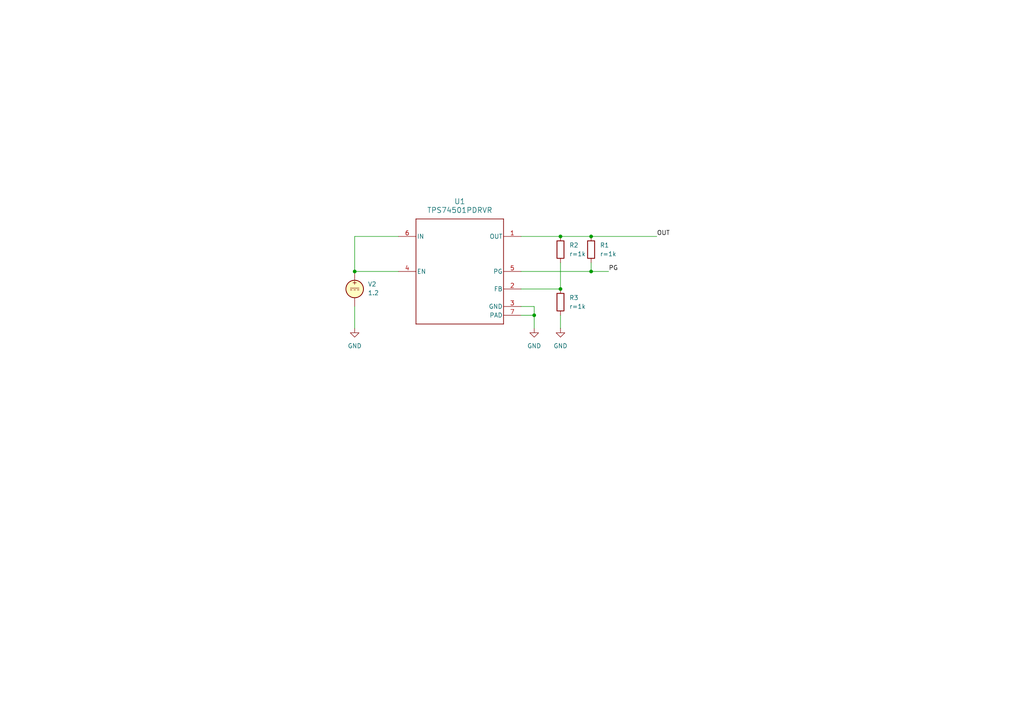
<source format=kicad_sch>
(kicad_sch (version 20231120) (generator "eeschema") (generator_version "8.0")
  (paper "A4")
  (lib_symbols
    (symbol "Device:R" (pin_numbers hide) (pin_names (offset 0))
      (property "Reference" "R" (at 2.032 0 90))
      (property "Value" "R" (at 0 0 90))
      (symbol "R_0_1"
        (rectangle (start -1.016 -2.54) (end 1.016 2.54) (stroke (width 0.254)))
      )
      (symbol "R_1_1"
        (pin passive line (at 0 3.81 270) (length 1.27) (name "~") (number "1"))
        (pin passive line (at 0 -3.81 90) (length 1.27) (name "~") (number "2"))
      )
    )
    (symbol "LDO:TPS74501PDRVR" (pin_names (offset 0.254))
      (property "Reference" "U" (at 0 2.54 0))
      (property "Value" "TPS74501PDRVR" (at 0 0 0))
      (symbol "TPS74501PDRVR_0_1"
        (polyline (pts (xy -12.7 -15.24) (xy 12.7 -15.24)) (stroke (width 0.2032)))
        (polyline (pts (xy -12.7 15.24) (xy -12.7 -15.24)) (stroke (width 0.2032)))
        (polyline (pts (xy 12.7 -15.24) (xy 12.7 15.24)) (stroke (width 0.2032)))
        (polyline (pts (xy 12.7 15.24) (xy -12.7 15.24)) (stroke (width 0.2032)))
        (pin power_in line (at 17.78 10.16 180) (length 5.08) (name "OUT") (number "1"))
        (pin input line (at 17.78 -5.08 180) (length 5.08) (name "FB") (number "2"))
        (pin power_in line (at 17.78 -10.16 180) (length 5.08) (name "GND") (number "3"))
        (pin input line (at -17.78 0 0) (length 5.08) (name "EN") (number "4"))
        (pin open_collector line (at 17.78 0 180) (length 5.08) (name "PG") (number "5"))
        (pin power_in line (at -17.78 10.16 0) (length 5.08) (name "IN") (number "6"))
        (pin power_in line (at 17.78 -12.7 180) (length 5.08) (name "PAD") (number "7"))
      )
    )
    (symbol "Simulation_SPICE:VDC" (pin_numbers hide) (pin_names (offset 0.0254))
      (property "Reference" "V" (at 2.54 2.54 0))
      (property "Value" "1" (at 2.54 0 0))
      (symbol "VDC_0_0"
        (polyline (pts (xy -1.27 0.254) (xy 1.27 0.254)))
        (polyline (pts (xy -0.762 -0.254) (xy -1.27 -0.254)))
        (polyline (pts (xy 0.254 -0.254) (xy -0.254 -0.254)))
        (polyline (pts (xy 1.27 -0.254) (xy 0.762 -0.254)))
        (text "+" (at 0 1.905 0) (effects (font (size 1.27 1.27))))
      )
      (symbol "VDC_0_1"
        (circle (center 0 0) (radius 2.54) (stroke (width 0.254)) (fill (type background)))
      )
      (symbol "VDC_1_1"
        (pin passive line (at 0 5.08 270) (length 2.54) (name "~") (number "1"))
        (pin passive line (at 0 -5.08 90) (length 2.54) (name "~") (number "2"))
      )
    )
    (symbol "power:GND" (power) (pin_numbers hide) (pin_names (offset 0) hide)
      (property "Value" "GND" (at 0 -3.81 0))
      (symbol "GND_0_1"
        (polyline (pts (xy 0 0) (xy 0 -1.27) (xy 1.27 -1.27) (xy 0 -2.54) (xy -1.27 -1.27) (xy 0 -1.27)))
      )
      (symbol "GND_1_1"
        (pin power_in line (at 0 0 270) (length 0) (name "~") (number "1"))
      )
    )
  )
  (junction (at 171.45 78.74))
  (junction (at 162.56 83.82))
  (junction (at 171.45 68.58))
  (junction (at 154.94 91.44))
  (junction (at 102.87 78.74))
  (junction (at 162.56 68.58))
  (wire (pts (xy 151.13 68.58) (xy 162.56 68.58)))
  (wire (pts (xy 154.94 88.9) (xy 154.94 91.44)))
  (wire (pts (xy 162.56 68.58) (xy 171.45 68.58)))
  (wire (pts (xy 151.13 91.44) (xy 154.94 91.44)))
  (wire (pts (xy 102.87 88.9) (xy 102.87 95.25)))
  (wire (pts (xy 171.45 78.74) (xy 176.53 78.74)))
  (wire (pts (xy 102.87 78.74) (xy 115.57 78.74)))
  (wire (pts (xy 162.56 76.2) (xy 162.56 83.82)))
  (wire (pts (xy 162.56 91.44) (xy 162.56 95.25)))
  (wire (pts (xy 151.13 83.82) (xy 162.56 83.82)))
  (wire (pts (xy 171.45 68.58) (xy 190.5 68.58)))
  (wire (pts (xy 154.94 91.44) (xy 154.94 95.25)))
  (wire (pts (xy 171.45 76.2) (xy 171.45 78.74)))
  (wire (pts (xy 151.13 88.9) (xy 154.94 88.9)))
  (wire (pts (xy 102.87 78.74) (xy 102.87 68.58)))
  (wire (pts (xy 102.87 68.58) (xy 115.57 68.58)))
  (wire (pts (xy 151.13 78.74) (xy 171.45 78.74)))
  (label "OUT" (at 190.5 68.58 0))
  (label "PG" (at 176.53 78.74 0))
  (symbol (lib_id "LDO:TPS74501PDRVR") (at 133.35 78.74 0) (unit 1)
    (property "Reference" "U1" (at 133.35 58.42 0) (effects (font (size 1.524 1.524))))
    (property "Value" "TPS74501PDRVR" (at 133.35 60.96 0) (effects (font (size 1.524 1.524))))
    (property "Footprint" "DRV0006A" (effects (hide yes)))
    (property "Datasheet" "TPS74501PDRVR" (effects (hide yes)))
    (property "Sim.Library" "TestBoardEDA/models/TPS74501P_TRANS.lib" (effects (hide yes)))
    (property "Sim.Name" "TPS74501P_TRANS" (effects (hide yes)))
    (property "Sim.Device" "SUBCKT" (effects (hide yes)))
    (property "Sim.Pins" "1=VOUT 2=FB 3=GND 4=EN 5=PG 6=VIN" (effects (hide yes)))
  )
  (symbol (lib_id "Device:R") (at 171.45 72.39 0) (unit 1)
    (property "Reference" "R1" (at 173.99 71.1199 0) (effects (justify left)))
    (property "Value" "${SIM.PARAMS}" (at 173.99 73.6599 0) (effects (justify left)))
    (property "Description" "Resistor" (effects (hide yes)))
    (property "Sim.Device" "R" (effects (hide yes)))
    (property "Sim.Type" "=" (effects (hide yes)))
    (property "Sim.Params" "r=1k" (effects (hide yes)))
    (property "Sim.Pins" "1=+ 2=-" (effects (hide yes)))
  )
  (symbol (lib_id "Device:R") (at 162.56 87.63 0) (unit 1)
    (property "Reference" "R3" (at 165.1 86.3599 0) (effects (justify left)))
    (property "Value" "${SIM.PARAMS}" (at 165.1 88.8999 0) (effects (justify left)))
    (property "Description" "Resistor" (effects (hide yes)))
    (property "Sim.Device" "R" (effects (hide yes)))
    (property "Sim.Type" "=" (effects (hide yes)))
    (property "Sim.Params" "r=1k" (effects (hide yes)))
    (property "Sim.Pins" "1=+ 2=-" (effects (hide yes)))
  )
  (symbol (lib_id "power:GND") (at 162.56 95.25 0) (unit 1)
    (property "Reference" "#PWR03" (effects (hide yes)))
    (property "Value" "GND" (at 162.56 100.33 0))
    (property "Description" "Power symbol creates a global label with name \"GND\" , ground" (effects (hide yes)))
  )
  (symbol (lib_id "Device:R") (at 162.56 72.39 0) (unit 1)
    (property "Reference" "R2" (at 165.1 71.1199 0) (effects (justify left)))
    (property "Value" "${SIM.PARAMS}" (at 165.1 73.6599 0) (effects (justify left)))
    (property "Description" "Resistor" (effects (hide yes)))
    (property "Sim.Device" "R" (effects (hide yes)))
    (property "Sim.Type" "=" (effects (hide yes)))
    (property "Sim.Params" "r=1k" (effects (hide yes)))
    (property "Sim.Pins" "1=+ 2=-" (effects (hide yes)))
  )
  (symbol (lib_id "Simulation_SPICE:VDC") (at 102.87 83.82 0) (unit 1)
    (property "Reference" "V2" (at 106.68 82.4201 0) (effects (justify left)))
    (property "Value" "1.2" (at 106.68 84.9601 0) (effects (justify left)))
    (property "Datasheet" "https://ngspice.sourceforge.io/docs/ngspice-html-manual/manual.xhtml#sec_Independent_Sources_for" (effects (hide yes)))
    (property "Description" "Voltage source, DC" (effects (hide yes)))
    (property "Sim.Pins" "1=+ 2=-" (effects (hide yes)))
    (property "Sim.Type" "DC" (effects (hide yes)))
    (property "Sim.Device" "V" (effects (hide yes)))
  )
  (symbol (lib_id "power:GND") (at 102.87 95.25 0) (unit 1)
    (property "Reference" "#PWR01" (effects (hide yes)))
    (property "Value" "GND" (at 102.87 100.33 0))
    (property "Description" "Power symbol creates a global label with name \"GND\" , ground" (effects (hide yes)))
  )
  (symbol (lib_id "power:GND") (at 154.94 95.25 0) (unit 1)
    (property "Reference" "#PWR02" (effects (hide yes)))
    (property "Value" "GND" (at 154.94 100.33 0))
    (property "Description" "Power symbol creates a global label with name \"GND\" , ground" (effects (hide yes)))
  )
)
</source>
